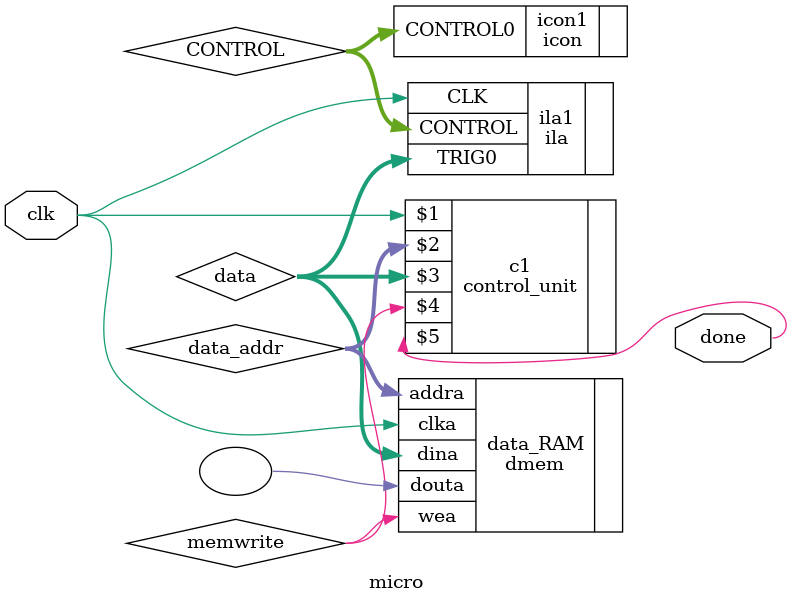
<source format=v>
`timescale 1ns / 1ps
module micro(
    input clk,
	 output done
    );
	 wire[7:0] data_addr,data;
	 wire memwrite;
	 wire [35 : 0] CONTROL;
	 dmem data_RAM (
		  .clka(clk), // input clka
		  .wea(memwrite), // input [0 : 0] wea
		  .addra(data_addr), // input [9 : 0] addra
		  .dina(data), // input [7 : 0] dina
		  .douta() // output [7 : 0] douta
		);
	 
	 control_unit c1(clk,data_addr,data,memwrite,done);
	 
	  
	  icon icon1 (.CONTROL0(CONTROL)); 
	  ila ila1 (.CLK(clk), .CONTROL(CONTROL), .TRIG0(data));

endmodule

</source>
